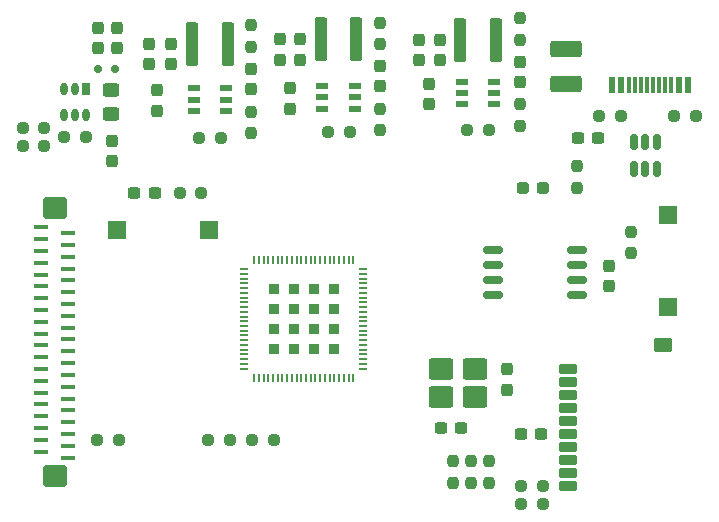
<source format=gbr>
%TF.GenerationSoftware,KiCad,Pcbnew,9.0.3*%
%TF.CreationDate,2025-07-24T02:47:58+05:30*%
%TF.ProjectId,DevBoard_F1C100s_Rev2,44657642-6f61-4726-945f-463143313030,rev?*%
%TF.SameCoordinates,Original*%
%TF.FileFunction,Paste,Top*%
%TF.FilePolarity,Positive*%
%FSLAX46Y46*%
G04 Gerber Fmt 4.6, Leading zero omitted, Abs format (unit mm)*
G04 Created by KiCad (PCBNEW 9.0.3) date 2025-07-24 02:47:58*
%MOMM*%
%LPD*%
G01*
G04 APERTURE LIST*
G04 Aperture macros list*
%AMRoundRect*
0 Rectangle with rounded corners*
0 $1 Rounding radius*
0 $2 $3 $4 $5 $6 $7 $8 $9 X,Y pos of 4 corners*
0 Add a 4 corners polygon primitive as box body*
4,1,4,$2,$3,$4,$5,$6,$7,$8,$9,$2,$3,0*
0 Add four circle primitives for the rounded corners*
1,1,$1+$1,$2,$3*
1,1,$1+$1,$4,$5*
1,1,$1+$1,$6,$7*
1,1,$1+$1,$8,$9*
0 Add four rect primitives between the rounded corners*
20,1,$1+$1,$2,$3,$4,$5,0*
20,1,$1+$1,$4,$5,$6,$7,0*
20,1,$1+$1,$6,$7,$8,$9,0*
20,1,$1+$1,$8,$9,$2,$3,0*%
G04 Aperture macros list end*
%ADD10RoundRect,0.172500X-0.627500X-0.402500X0.627500X-0.402500X0.627500X0.402500X-0.627500X0.402500X0*%
%ADD11RoundRect,0.127500X-0.672500X-0.297500X0.672500X-0.297500X0.672500X0.297500X-0.672500X0.297500X0*%
%ADD12RoundRect,0.237500X-0.250000X-0.237500X0.250000X-0.237500X0.250000X0.237500X-0.250000X0.237500X0*%
%ADD13RoundRect,0.250000X0.300000X1.600000X-0.300000X1.600000X-0.300000X-1.600000X0.300000X-1.600000X0*%
%ADD14RoundRect,0.237500X-0.237500X0.300000X-0.237500X-0.300000X0.237500X-0.300000X0.237500X0.300000X0*%
%ADD15R,1.000000X0.599999*%
%ADD16RoundRect,0.237500X0.237500X-0.300000X0.237500X0.300000X-0.237500X0.300000X-0.237500X-0.300000X0*%
%ADD17RoundRect,0.237500X-0.237500X0.250000X-0.237500X-0.250000X0.237500X-0.250000X0.237500X0.250000X0*%
%ADD18RoundRect,0.237500X0.250000X0.237500X-0.250000X0.237500X-0.250000X-0.237500X0.250000X-0.237500X0*%
%ADD19RoundRect,0.162500X-0.650000X-0.162500X0.650000X-0.162500X0.650000X0.162500X-0.650000X0.162500X0*%
%ADD20RoundRect,0.250000X0.450000X-0.325000X0.450000X0.325000X-0.450000X0.325000X-0.450000X-0.325000X0*%
%ADD21RoundRect,0.237500X0.237500X-0.250000X0.237500X0.250000X-0.237500X0.250000X-0.237500X-0.250000X0*%
%ADD22R,1.500000X1.500000*%
%ADD23RoundRect,0.250000X-0.800000X-0.650000X0.800000X-0.650000X0.800000X0.650000X-0.800000X0.650000X0*%
%ADD24RoundRect,0.150000X-0.150000X0.512500X-0.150000X-0.512500X0.150000X-0.512500X0.150000X0.512500X0*%
%ADD25RoundRect,0.237500X-0.300000X-0.237500X0.300000X-0.237500X0.300000X0.237500X-0.300000X0.237500X0*%
%ADD26RoundRect,0.150000X0.150000X0.200000X-0.150000X0.200000X-0.150000X-0.200000X0.150000X-0.200000X0*%
%ADD27RoundRect,0.237500X0.300000X0.237500X-0.300000X0.237500X-0.300000X-0.237500X0.300000X-0.237500X0*%
%ADD28R,0.650000X1.060000*%
%ADD29O,0.650000X1.060000*%
%ADD30RoundRect,0.180000X-0.820000X0.720000X-0.820000X-0.720000X0.820000X-0.720000X0.820000X0.720000X0*%
%ADD31O,1.250000X0.400000*%
%ADD32R,0.935000X0.935000*%
%ADD33R,0.800000X0.200000*%
%ADD34R,0.200000X0.800000*%
%ADD35RoundRect,0.250001X1.074999X-0.462499X1.074999X0.462499X-1.074999X0.462499X-1.074999X-0.462499X0*%
%ADD36RoundRect,0.237500X-0.287500X-0.237500X0.287500X-0.237500X0.287500X0.237500X-0.287500X0.237500X0*%
%ADD37R,0.600000X1.450000*%
%ADD38R,0.300000X1.450000*%
G04 APERTURE END LIST*
D10*
%TO.C,J2*%
X184300000Y-62200000D03*
D11*
X176250000Y-66400000D03*
X176250000Y-67500000D03*
X176250000Y-68600000D03*
X176250000Y-69700000D03*
X176250000Y-70800000D03*
X176250000Y-71900000D03*
X176250000Y-73000000D03*
X176250000Y-74100000D03*
X176250000Y-64200000D03*
X176250000Y-65300000D03*
%TD*%
D12*
%TO.C,R17*%
X146862499Y-44683370D03*
X145037499Y-44683370D03*
%TD*%
D13*
%TO.C,L2*%
X144449999Y-36687499D03*
X147449999Y-36687499D03*
%TD*%
D14*
%TO.C,C32*%
X140797384Y-38412499D03*
X140797384Y-36687499D03*
%TD*%
D15*
%TO.C,U5*%
X147324999Y-40437500D03*
X147324999Y-41387501D03*
X147324999Y-42337499D03*
X144574999Y-42337499D03*
X144574999Y-41387501D03*
X144574999Y-40437500D03*
%TD*%
D14*
%TO.C,C35*%
X142647384Y-38412499D03*
X142647384Y-36687499D03*
%TD*%
D16*
%TO.C,C26*%
X141450000Y-40612500D03*
X141450000Y-42337500D03*
%TD*%
%TO.C,C29*%
X149400000Y-38800501D03*
X149400000Y-40525501D03*
%TD*%
D17*
%TO.C,R21*%
X149400000Y-44250500D03*
X149400000Y-42425500D03*
%TD*%
%TO.C,R20*%
X149400000Y-36925501D03*
X149400000Y-35100501D03*
%TD*%
D15*
%TO.C,U7*%
X167249999Y-39900001D03*
X167249999Y-40850002D03*
X167249999Y-41800000D03*
X169999999Y-41800000D03*
X169999999Y-40850002D03*
X169999999Y-39900001D03*
%TD*%
D17*
%TO.C,R25*%
X172199999Y-41800000D03*
X172199999Y-43625000D03*
%TD*%
D12*
%TO.C,R19*%
X167712499Y-44000001D03*
X169537499Y-44000001D03*
%TD*%
D16*
%TO.C,C31*%
X172199999Y-39900001D03*
X172199999Y-38175001D03*
%TD*%
D13*
%TO.C,L4*%
X170124999Y-36350001D03*
X167124999Y-36350001D03*
%TD*%
D17*
%TO.C,R24*%
X172199999Y-34487501D03*
X172199999Y-36312501D03*
%TD*%
D16*
%TO.C,C28*%
X164499999Y-41800000D03*
X164499999Y-40075000D03*
%TD*%
D14*
%TO.C,C34*%
X163599999Y-36337501D03*
X163599999Y-38062501D03*
%TD*%
%TO.C,C37*%
X165399999Y-36337501D03*
X165399999Y-38062501D03*
%TD*%
D18*
%TO.C,R4*%
X145212500Y-49300000D03*
X143387500Y-49300000D03*
%TD*%
D19*
%TO.C,U2*%
X169879450Y-54095000D03*
X169879450Y-55365000D03*
X169879450Y-56635000D03*
X169879450Y-57905000D03*
X177054450Y-57905000D03*
X177054450Y-56635000D03*
X177054450Y-55365000D03*
X177054450Y-54095000D03*
%TD*%
D17*
%TO.C,R22*%
X160325000Y-34877499D03*
X160325000Y-36702499D03*
%TD*%
D15*
%TO.C,U6*%
X155450000Y-40249999D03*
X155450000Y-41200000D03*
X155450000Y-42149998D03*
X158200000Y-42149998D03*
X158200000Y-41200000D03*
X158200000Y-40249999D03*
%TD*%
D20*
%TO.C,L1*%
X137600000Y-42612500D03*
X137600000Y-40562500D03*
%TD*%
D16*
%TO.C,C19*%
X171107971Y-65952500D03*
X171107971Y-64227500D03*
%TD*%
D21*
%TO.C,R8*%
X169550000Y-73812500D03*
X169550000Y-71987500D03*
%TD*%
D22*
%TO.C,SW2*%
X138100000Y-52400000D03*
X145900000Y-52400000D03*
%TD*%
D18*
%TO.C,R11*%
X135437500Y-44537500D03*
X133612500Y-44537500D03*
%TD*%
D21*
%TO.C,R10*%
X166500000Y-73812500D03*
X166500000Y-71987500D03*
%TD*%
D12*
%TO.C,R15*%
X130100000Y-45350000D03*
X131925000Y-45350000D03*
%TD*%
D18*
%TO.C,R13*%
X180744500Y-42800000D03*
X178919500Y-42800000D03*
%TD*%
D12*
%TO.C,R14*%
X130100000Y-43800000D03*
X131925000Y-43800000D03*
%TD*%
D16*
%TO.C,C25*%
X136500000Y-37062500D03*
X136500000Y-35337500D03*
%TD*%
D23*
%TO.C,Y1*%
X165475000Y-66533212D03*
X168375000Y-66533212D03*
X168375000Y-64233212D03*
X165475000Y-64233212D03*
%TD*%
D14*
%TO.C,C21*%
X179700000Y-55437500D03*
X179700000Y-57162500D03*
%TD*%
D24*
%TO.C,U4*%
X183764000Y-44958000D03*
X182814000Y-44958000D03*
X181864000Y-44958000D03*
X181864000Y-47233000D03*
X182814000Y-47233000D03*
X183764000Y-47233000D03*
%TD*%
D21*
%TO.C,R9*%
X168025000Y-73812500D03*
X168025000Y-71987500D03*
%TD*%
D12*
%TO.C,R5*%
X172287500Y-75625000D03*
X174112500Y-75625000D03*
%TD*%
D25*
%TO.C,C23*%
X177087500Y-44650000D03*
X178812500Y-44650000D03*
%TD*%
D16*
%TO.C,C27*%
X152725000Y-42149998D03*
X152725000Y-40424998D03*
%TD*%
D26*
%TO.C,D1*%
X136500000Y-38787500D03*
X137900000Y-38787500D03*
%TD*%
D27*
%TO.C,C16*%
X141262500Y-49300000D03*
X139537500Y-49300000D03*
%TD*%
D16*
%TO.C,C24*%
X138100000Y-37050000D03*
X138100000Y-35325000D03*
%TD*%
D21*
%TO.C,R6*%
X181600000Y-54389277D03*
X181600000Y-52564277D03*
%TD*%
D18*
%TO.C,R3*%
X147600000Y-70200000D03*
X145775000Y-70200000D03*
%TD*%
D28*
%TO.C,U3*%
X135450001Y-40487500D03*
D29*
X134500000Y-40487500D03*
X133549999Y-40487500D03*
X133549999Y-42687500D03*
X134500000Y-42687500D03*
X135450001Y-42687500D03*
%TD*%
D14*
%TO.C,C33*%
X151875000Y-36289999D03*
X151875000Y-38014999D03*
%TD*%
D30*
%TO.C,J1*%
X132800000Y-50600000D03*
X132800000Y-73300000D03*
D31*
X131675000Y-52200000D03*
X133925000Y-52700000D03*
X131675000Y-53200000D03*
X133925000Y-53700000D03*
X131675000Y-54200000D03*
X133925000Y-54700000D03*
X131675000Y-55200000D03*
X133925000Y-55700000D03*
X131675000Y-56200000D03*
X133925000Y-56700000D03*
X131675000Y-57200000D03*
X133925000Y-57700000D03*
X131675000Y-58200000D03*
X133925000Y-58700000D03*
X131675000Y-59200000D03*
X133925000Y-59700000D03*
X131675000Y-60200000D03*
X133925000Y-60700000D03*
X131675000Y-61200000D03*
X133925000Y-61700000D03*
X131675000Y-62200000D03*
X133925000Y-62700000D03*
X131675000Y-63200000D03*
X133925000Y-63700000D03*
X131675000Y-64200000D03*
X133925000Y-64700000D03*
X131675000Y-65200000D03*
X133925000Y-65700000D03*
X131675000Y-66200000D03*
X133925000Y-66700000D03*
X131675000Y-67200000D03*
X133925000Y-67700000D03*
X131675000Y-68200000D03*
X133925000Y-68700000D03*
X131675000Y-69200000D03*
X133925000Y-69700000D03*
X131675000Y-70200000D03*
X133925000Y-70700000D03*
X131675000Y-71200000D03*
X133925000Y-71700000D03*
%TD*%
D25*
%TO.C,C17*%
X165475000Y-69200000D03*
X167200000Y-69200000D03*
%TD*%
D14*
%TO.C,C36*%
X153575000Y-36289999D03*
X153575000Y-38014999D03*
%TD*%
D32*
%TO.C,U1*%
X151346950Y-57430000D03*
X151346950Y-59115000D03*
X151346950Y-60800000D03*
X151346950Y-62485000D03*
X153031950Y-57430000D03*
X153031950Y-59115000D03*
X153031950Y-60800000D03*
X153031950Y-62485000D03*
X154716950Y-57430000D03*
X154716950Y-59115000D03*
X154716950Y-60800000D03*
X154716950Y-62485000D03*
X156401950Y-57430000D03*
X156401950Y-59115000D03*
X156401950Y-60800000D03*
X156401950Y-62485000D03*
D33*
X148854450Y-55757500D03*
X148854450Y-56157500D03*
X148854450Y-56557500D03*
X148854450Y-56957500D03*
X148854450Y-57357500D03*
X148854450Y-57757500D03*
X148854450Y-58157500D03*
X148854450Y-58557500D03*
X148854450Y-58957500D03*
X148854450Y-59357500D03*
X148854450Y-59757500D03*
X148854450Y-60157500D03*
X148854450Y-60557500D03*
X148854450Y-60957500D03*
X148854450Y-61357500D03*
X148854450Y-61757500D03*
X148854450Y-62157500D03*
X148854450Y-62557500D03*
X148854450Y-62957500D03*
X148854450Y-63357500D03*
X148854450Y-63757500D03*
X148854450Y-64157500D03*
D34*
X149674450Y-64977500D03*
X150074450Y-64977500D03*
X150474450Y-64977500D03*
X150874450Y-64977500D03*
X151274450Y-64977500D03*
X151674450Y-64977500D03*
X152074450Y-64977500D03*
X152474450Y-64977500D03*
X152874450Y-64977500D03*
X153274450Y-64977500D03*
X153674450Y-64977500D03*
X154074450Y-64977500D03*
X154474450Y-64977500D03*
X154874450Y-64977500D03*
X155274450Y-64977500D03*
X155674450Y-64977500D03*
X156074450Y-64977500D03*
X156474450Y-64977500D03*
X156874450Y-64977500D03*
X157274450Y-64977500D03*
X157674450Y-64977500D03*
X158074450Y-64977500D03*
D33*
X158894450Y-64157500D03*
X158894450Y-63757500D03*
X158894450Y-63357500D03*
X158894450Y-62957500D03*
X158894450Y-62557500D03*
X158894450Y-62157500D03*
X158894450Y-61757500D03*
X158894450Y-61357500D03*
X158894450Y-60957500D03*
X158894450Y-60557500D03*
X158894450Y-60157500D03*
X158894450Y-59757500D03*
X158894450Y-59357500D03*
X158894450Y-58957500D03*
X158894450Y-58557500D03*
X158894450Y-58157500D03*
X158894450Y-57757500D03*
X158894450Y-57357500D03*
X158894450Y-56957500D03*
X158894450Y-56557500D03*
X158894450Y-56157500D03*
X158894450Y-55757500D03*
D34*
X158074450Y-54937500D03*
X157674450Y-54937500D03*
X157274450Y-54937500D03*
X156874450Y-54937500D03*
X156474450Y-54937500D03*
X156074450Y-54937500D03*
X155674450Y-54937500D03*
X155274450Y-54937500D03*
X154874450Y-54937500D03*
X154474450Y-54937500D03*
X154074450Y-54937500D03*
X153674450Y-54937500D03*
X153274450Y-54937500D03*
X152874450Y-54937500D03*
X152474450Y-54937500D03*
X152074450Y-54937500D03*
X151674450Y-54937500D03*
X151274450Y-54937500D03*
X150874450Y-54937500D03*
X150474450Y-54937500D03*
X150074450Y-54937500D03*
X149674450Y-54937500D03*
%TD*%
D13*
%TO.C,L3*%
X158325000Y-36289999D03*
X155325000Y-36289999D03*
%TD*%
D18*
%TO.C,R2*%
X151325000Y-70200000D03*
X149500000Y-70200000D03*
%TD*%
D22*
%TO.C,SW3*%
X184700000Y-58989277D03*
X184700000Y-51189277D03*
%TD*%
D16*
%TO.C,C30*%
X160325000Y-40249999D03*
X160325000Y-38524999D03*
%TD*%
D35*
%TO.C,F1*%
X176100000Y-40102000D03*
X176100000Y-37127000D03*
%TD*%
D12*
%TO.C,R7*%
X172287500Y-74100000D03*
X174112500Y-74100000D03*
%TD*%
%TO.C,R12*%
X185269500Y-42800000D03*
X187094500Y-42800000D03*
%TD*%
D14*
%TO.C,C22*%
X137650000Y-44887500D03*
X137650000Y-46612500D03*
%TD*%
D18*
%TO.C,R1*%
X136387500Y-70200000D03*
X138212500Y-70200000D03*
%TD*%
D17*
%TO.C,R23*%
X160325000Y-42149998D03*
X160325000Y-43974998D03*
%TD*%
D27*
%TO.C,C20*%
X174000000Y-69700000D03*
X172275000Y-69700000D03*
%TD*%
D12*
%TO.C,R18*%
X155942500Y-44142370D03*
X157767500Y-44142370D03*
%TD*%
D36*
%TO.C,D2*%
X172425000Y-48862500D03*
X174175000Y-48862500D03*
%TD*%
D17*
%TO.C,R16*%
X177050000Y-47037500D03*
X177050000Y-48862500D03*
%TD*%
D37*
%TO.C,J3*%
X186450000Y-40193000D03*
X185650000Y-40193000D03*
D38*
X184450000Y-40193000D03*
X183450000Y-40193000D03*
X182950000Y-40193000D03*
X181950000Y-40193000D03*
D37*
X180750000Y-40193000D03*
X179950000Y-40193000D03*
X179950000Y-40193000D03*
X180750000Y-40193000D03*
D38*
X181450000Y-40193000D03*
X182450000Y-40193000D03*
X183950000Y-40193000D03*
X184950000Y-40193000D03*
D37*
X185650000Y-40193000D03*
X186450000Y-40193000D03*
%TD*%
M02*

</source>
